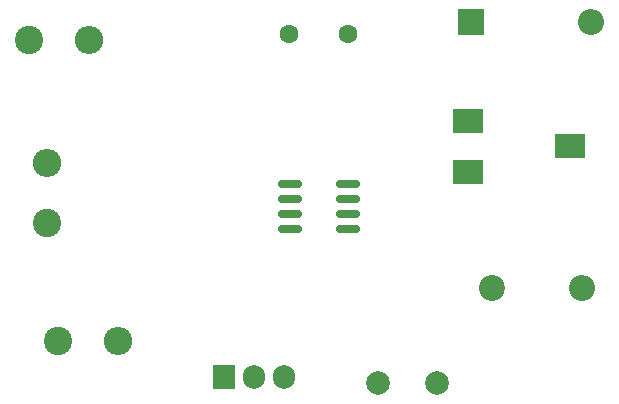
<source format=gbr>
%TF.GenerationSoftware,KiCad,Pcbnew,9.0.0*%
%TF.CreationDate,2025-03-20T23:20:09+05:30*%
%TF.ProjectId,buck_converter,6275636b-5f63-46f6-9e76-65727465722e,rev?*%
%TF.SameCoordinates,Original*%
%TF.FileFunction,Soldermask,Top*%
%TF.FilePolarity,Negative*%
%FSLAX46Y46*%
G04 Gerber Fmt 4.6, Leading zero omitted, Abs format (unit mm)*
G04 Created by KiCad (PCBNEW 9.0.0) date 2025-03-20 23:20:09*
%MOMM*%
%LPD*%
G01*
G04 APERTURE LIST*
G04 Aperture macros list*
%AMRoundRect*
0 Rectangle with rounded corners*
0 $1 Rounding radius*
0 $2 $3 $4 $5 $6 $7 $8 $9 X,Y pos of 4 corners*
0 Add a 4 corners polygon primitive as box body*
4,1,4,$2,$3,$4,$5,$6,$7,$8,$9,$2,$3,0*
0 Add four circle primitives for the rounded corners*
1,1,$1+$1,$2,$3*
1,1,$1+$1,$4,$5*
1,1,$1+$1,$6,$7*
1,1,$1+$1,$8,$9*
0 Add four rect primitives between the rounded corners*
20,1,$1+$1,$2,$3,$4,$5,0*
20,1,$1+$1,$4,$5,$6,$7,0*
20,1,$1+$1,$6,$7,$8,$9,0*
20,1,$1+$1,$8,$9,$2,$3,0*%
G04 Aperture macros list end*
%ADD10RoundRect,0.150000X-0.825000X-0.150000X0.825000X-0.150000X0.825000X0.150000X-0.825000X0.150000X0*%
%ADD11R,2.500000X2.000000*%
%ADD12C,2.400000*%
%ADD13O,2.400000X2.400000*%
%ADD14R,1.905000X2.000000*%
%ADD15O,1.905000X2.000000*%
%ADD16C,2.200000*%
%ADD17O,2.200000X2.200000*%
%ADD18R,2.200000X2.200000*%
%ADD19C,1.600000*%
%ADD20C,2.000000*%
G04 APERTURE END LIST*
D10*
%TO.C,U1*%
X72550000Y-44730000D03*
X72550000Y-46000000D03*
X72550000Y-47270000D03*
X72550000Y-48540000D03*
X77500000Y-48540000D03*
X77500000Y-47270000D03*
X77500000Y-46000000D03*
X77500000Y-44730000D03*
%TD*%
D11*
%TO.C,RV1*%
X87675000Y-43650000D03*
X96325000Y-41500000D03*
X87675000Y-39350000D03*
%TD*%
D12*
%TO.C,R3*%
X52985000Y-58000000D03*
D13*
X58065000Y-58000000D03*
%TD*%
D12*
%TO.C,R2*%
X51985000Y-48000000D03*
D13*
X51985000Y-42920000D03*
%TD*%
D12*
%TO.C,R1*%
X50485000Y-32500000D03*
D13*
X55565000Y-32500000D03*
%TD*%
D14*
%TO.C,Q1*%
X66960000Y-61000000D03*
D15*
X69500000Y-61000000D03*
X72040000Y-61000000D03*
%TD*%
D16*
%TO.C,L1*%
X89715000Y-53500000D03*
D17*
X97335000Y-53500000D03*
%TD*%
D18*
%TO.C,D1*%
X87920000Y-31000000D03*
D17*
X98080000Y-31000000D03*
%TD*%
D19*
%TO.C,C2*%
X72500000Y-32000000D03*
X77500000Y-32000000D03*
%TD*%
D20*
%TO.C,C1*%
X80000000Y-61500000D03*
X85000000Y-61500000D03*
%TD*%
M02*

</source>
